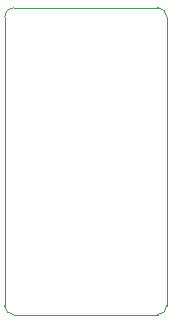
<source format=gko>
G04*
G04 #@! TF.GenerationSoftware,Altium Limited,Altium Designer,18.1.7 (191)*
G04*
G04 Layer_Color=16711935*
%FSLAX24Y24*%
%MOIN*%
G70*
G01*
G75*
%ADD12C,0.0039*%
D12*
X5100Y0D02*
G03*
X5400Y300I-0J300D01*
G01*
X0D02*
G03*
X300Y0I300J0D01*
G01*
X5400Y9936D02*
G03*
X5100Y10236I-300J-0D01*
G01*
X300Y10236D02*
G03*
X0Y9936I0J-300D01*
G01*
X300Y0D02*
X5100D01*
X5400Y300D02*
Y9936D01*
X0Y300D02*
Y9936D01*
X300Y10236D02*
X5100D01*
M02*

</source>
